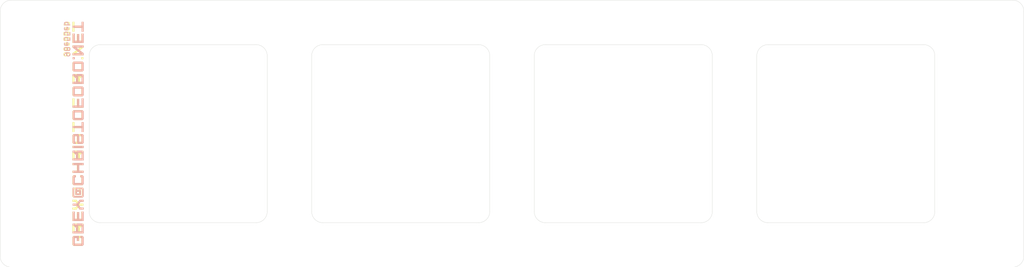
<source format=kicad_pcb>
(kicad_pcb (version 20210228) (generator pcbnew)
  (layers (0 "F.Cu" signal) (31 "B.Cu" signal) (34 "B.Paste" user) (35 "F.Paste" user) (36 "B.SilkS" user "B.Silkscreen") (37 "F.SilkS" user "F.Silkscreen") (38 "B.Mask" user) (39 "F.Mask" user) (44 "Edge.Cuts" user))
  (net 0 "")
  (footprint "custom_footprints:MountingHole_3.45mm" (layer "F.Cu") (at -86 -6)
    (fp_text reference "H25" hide)
    (fp_text value "MountingHole" hide)
    (pad "" np_thru_hole circle (at 0 0) (size 3.45 3.45) (drill 3.45) (layers F&B.Cu *.Mask))
  )
  (footprint "custom_footprints:MountingHole_1.0mm" (layer "F.Cu") (at -85 13.2)
    (fp_text reference "H22" hide)
    (fp_text value "MountingHole" hide)
    (pad "" np_thru_hole circle (at 0 0) (size 1 1) (drill 1) (layers F&B.Cu *.Mask))
  )
  (footprint "custom_footprints:MountingHole_1.0mm" (layer "F.Cu") (at -91 13.2)
    (fp_text reference "H21" hide)
    (fp_text value "MountingHole" hide)
    (pad "" np_thru_hole circle (at 0 0) (size 1 1) (drill 1) (layers F&B.Cu *.Mask))
  )
  (footprint "custom_footprints:MountingHole_3.45mm" (layer "F.Cu") (at 86 6)
    (fp_text reference "H29" hide)
    (fp_text value "MountingHole" hide)
    (pad "" np_thru_hole circle (at 0 0) (size 3.45 3.45) (drill 3.45) (layers F&B.Cu *.Mask))
  )
  (footprint "custom_footprints:MountingHole_1.0mm" (layer "F.Cu") (at -85 -13.2)
    (fp_text reference "H2" hide)
    (fp_text value "MountingHole" hide)
    (pad "" np_thru_hole circle (at 0 0) (size 1 1) (drill 1) (layers F&B.Cu *.Mask))
  )
  (footprint "MountingHole:MountingHole_5.5mm" (layer "F.Cu") (at -86 0)
    (fp_text reference "H27" hide)
    (fp_text value "MountingHole")
    (pad "1" np_thru_hole circle (at 0 0) (size 5.5 5.5) (drill 5.5) (layers *.Cu *.Mask))
  )
  (footprint "custom_footprints:MountingHole_1.0mm" (layer "F.Cu") (at -87 13.2)
    (fp_text reference "H6" hide)
    (fp_text value "MountingHole" hide)
    (pad "" np_thru_hole circle (at 0 0) (size 1 1) (drill 1) (layers F&B.Cu *.Mask))
  )
  (footprint "custom_footprints:MountingHole_3.45mm" (layer "F.Cu") (at 86 -6)
    (fp_text reference "H26" hide)
    (fp_text value "MountingHole" hide)
    (pad "" np_thru_hole circle (at 0 0) (size 3.45 3.45) (drill 3.45) (layers F&B.Cu *.Mask))
  )
  (footprint "custom_footprints:MountingHole_1.0mm" (layer "F.Cu") (at 89 13.2)
    (fp_text reference "H23" hide)
    (fp_text value "MountingHole" hide)
    (pad "" np_thru_hole circle (at 0 0) (size 1 1) (drill 1) (layers F&B.Cu *.Mask))
  )
  (footprint "custom_footprints:MountingHole_1.0mm" (layer "F.Cu") (at -81 -13.2)
    (fp_text reference "H8" hide)
    (fp_text value "MountingHole" hide)
    (pad "" np_thru_hole circle (at 0 0) (size 1 1) (drill 1) (layers F&B.Cu *.Mask))
  )
  (footprint "custom_footprints:MountingHole_1.0mm" (layer "F.Cu") (at 81 13.2)
    (fp_text reference "H19" hide)
    (fp_text value "MountingHole" hide)
    (pad "" np_thru_hole circle (at 0 0) (size 1 1) (drill 1) (layers F&B.Cu *.Mask))
  )
  (footprint "custom_footprints:MountingHole_1.0mm" (layer "F.Cu") (at 83 13.2)
    (fp_text reference "H13" hide)
    (fp_text value "MountingHole" hide)
    (pad "" np_thru_hole circle (at 0 0) (size 1 1) (drill 1) (layers F&B.Cu *.Mask))
  )
  (footprint "custom_footprints:MountingHole_1.0mm" (layer "F.Cu") (at -91 -13.2)
    (fp_text reference "H7" hide)
    (fp_text value "MountingHole" hide)
    (pad "" np_thru_hole circle (at 0 0) (size 1 1) (drill 1) (layers F&B.Cu *.Mask))
  )
  (footprint "custom_footprints:MountingHole_1.0mm" (layer "F.Cu") (at 81 -13.2)
    (fp_text reference "H12" hide)
    (fp_text value "MountingHole" hide)
    (pad "" np_thru_hole circle (at 0 0) (size 1 1) (drill 1) (layers F&B.Cu *.Mask))
  )
  (footprint "custom_footprints:MountingHole_1.0mm" (layer "F.Cu") (at 89 -13.2)
    (fp_text reference "H11" hide)
    (fp_text value "MountingHole" hide)
    (pad "" np_thru_hole circle (at 0 0) (size 1 1) (drill 1) (layers F&B.Cu *.Mask))
  )
  (footprint "custom_footprints:MountingHole_1.0mm" (layer "F.Cu") (at 83 -13.2)
    (fp_text reference "H4" hide)
    (fp_text value "MountingHole" hide)
    (pad "" np_thru_hole circle (at 0 0) (size 1 1) (drill 1) (layers F&B.Cu *.Mask))
  )
  (footprint "custom_footprints:MountingHole_1.0mm" (layer "F.Cu") (at 91 -13.2)
    (fp_text reference "H16" hide)
    (fp_text value "MountingHole" hide)
    (pad "" np_thru_hole circle (at 0 0) (size 1 1) (drill 1) (layers F&B.Cu *.Mask))
  )
  (footprint "custom_footprints:MountingHole_3.45mm" (layer "F.Cu") (at -86 6)
    (fp_text reference "H30" hide)
    (fp_text value "MountingHole" hide)
    (pad "" np_thru_hole circle (at 0 0) (size 3.45 3.45) (drill 3.45) (layers F&B.Cu *.Mask))
  )
  (footprint "custom_footprints:MountingHole_1.0mm" (layer "F.Cu") (at 91 13.2)
    (fp_text reference "H10" hide)
    (fp_text value "MountingHole" hide)
    (pad "" np_thru_hole circle (at 0 0) (size 1 1) (drill 1) (layers F&B.Cu *.Mask))
  )
  (footprint "custom_footprints:logo" (layer "F.Cu") (at -78 0 90)
    (fp_text reference "LOGO2" hide)
    (fp_text value "Logo_Open_Hardware_Small" hide)
    (fp_poly (pts (xy 4.221186 -0.820672) (xy 4.024178 -1.023438) (xy 2.625021 -1.023438) (xy 2.827734 0.57684) (xy 2.827734 -0.623664) (xy 3.824291 -0.623664) (xy 3.824291 0.57684) (xy 2.827734 0.57684) (xy 2.625021 -1.023438) (xy 2.427961 -0.820672) (xy 2.427961 0.779554) (xy 2.625021 0.976563) (xy 4.024178 0.976563) (xy 4.221186 0.779554)) (layer "F.SilkS") (width 0.001) (fill solid))
    (fp_poly (pts (xy 2.086554 -0.623664) (xy 2.086554 -1.023438) (xy 0.29333 -1.023438) (xy 0.29333 -0.623664) (xy 0.992907 -0.623664) (xy 0.992907 0.976563) (xy 1.392681 0.976563) (xy 1.392681 -0.623664)) (layer "F.SilkS") (width 0.001) (fill solid))
    (fp_poly (pts (xy -12.765625 -0.109117) (xy -13.259611 -0.446289) (xy -13.259611 -1.023438) (xy -13.659385 -1.023438) (xy -13.659385 -0.277704) (xy -12.959807 0.222296) (xy -12.959807 0.976563) (xy -12.56286 0.976563) (xy -12.56286 0.222296) (xy -11.86616 -0.277704) (xy -11.86616 -1.023438) (xy -12.263055 -1.023438) (xy -12.263055 -0.446289)) (layer "F.SilkS") (width 0.001) (fill solid))
    (fp_poly (pts (xy 18.317383 -1.023438) (xy 18.317383 -0.623664) (xy 19.016961 -0.623664) (xy 19.016961 0.976563) (xy 19.416735 0.976563) (xy 19.416735 -0.623664) (xy 20.110609 -0.623664) (xy 20.110609 -1.023438)) (layer "F.SilkS") (width 0.001) (fill solid))
    (fp_poly (pts (xy -17.533666 0.379625) (xy -16.936883 0.379625) (xy -16.736996 0.576737) (xy -16.537109 0.779502) (xy -16.537109 0.976563) (xy -16.140214 0.976563) (xy -16.140214 0.576737) (xy -16.337222 0.379625) (xy -16.140214 0.179738) (xy -16.140214 -0.820672) (xy -16.337222 -1.023438) (xy -17.93344 -1.023438) (xy -17.93344 0.976563) (xy -17.533666 0.976563) (xy -17.533666 -0.623664) (xy -16.537109 -0.623664) (xy -16.537109 -0.020148) (xy -17.533666 -0.020148)) (layer "F.SilkS") (width 0.001) (fill solid))
    (fp_poly (pts (xy 14.071803 0.976563) (xy 14.471577 0.976563) (xy 14.471577 -0.35773) (xy 15.468133 0.976563) (xy 15.865029 0.976563) (xy 15.865029 -1.023438) (xy 15.468133 -1.023438) (xy 15.468133 0.308028) (xy 14.471577 -1.023438) (xy 14.071803 -1.023438)) (layer "F.SilkS") (width 0.001) (fill solid))
    (fp_poly (pts (xy 12.957185 -0.820672) (xy 12.760177 -1.023438) (xy 11.36102 -1.023438) (xy 11.16396 -0.820672) (xy 11.563734 -0.623664) (xy 12.56029 -0.623664) (xy 12.56029 0.57684) (xy 11.563734 0.57684) (xy 11.563734 -0.623664) (xy 11.16396 -0.820672) (xy 11.16396 0.779554) (xy 11.36102 0.976563) (xy 12.760177 0.976563) (xy 12.957185 0.779554)) (layer "F.SilkS") (width 0.001) (fill solid))
    (fp_poly (pts (xy 18.001028 0.976563) (xy 18.001028 0.57684) (xy 16.704667 0.57684) (xy 16.704667 0.178967) (xy 17.90111 0.178967) (xy 17.90111 -0.220805) (xy 16.704667 -0.220805) (xy 16.704667 -0.623664) (xy 18.001028 -0.623664) (xy 18.001028 -1.023438) (xy 16.304893 -1.023438) (xy 16.304893 0.976563)) (layer "F.SilkS") (width 0.001) (fill solid))
    (fp_poly (pts (xy 6.257247 0.178967) (xy 6.257247 -0.220805) (xy 5.060814 -0.220805) (xy 5.060814 -0.623664) (xy 6.357165 -0.623664) (xy 6.357165 -1.023438) (xy 4.66104 -1.023438) (xy 4.66104 0.976563) (xy 5.060814 0.976563) (xy 5.060814 0.178967)) (layer "F.SilkS") (width 0.001) (fill solid))
    (fp_poly (pts (xy -0.060892 -0.024208) (xy -0.257901 -0.224095) (xy -1.454343 -0.224095) (xy -1.454343 -0.623664) (xy -0.457788 -0.623664) (xy -0.457788 -0.423777) (xy -0.060892 -0.423777) (xy -0.060892 -0.820672) (xy -0.257901 -1.023438) (xy -1.657057 -1.023438) (xy -1.854117 -0.820672) (xy -1.854117 0.035773) (xy -1.657057 0.178557) (xy -0.457788 0.178557) (xy -0.457788 0.57684) (xy -1.454343 0.57684) (xy -1.454343 0.379111) (xy -1.854117 0.379111) (xy -1.854117 0.779554) (xy -1.657057 0.976563) (xy -0.257901 0.976563) (xy -0.060892 0.779554)) (layer "F.SilkS") (width 0.001) (fill solid))
    (fp_poly (pts (xy -2.59027 -1.023438) (xy -2.59027 0.976563) (xy -2.190497 0.976563) (xy -2.190497 -1.023438)) (layer "F.SilkS") (width 0.001) (fill solid))
    (fp_poly (pts (xy -8.859015 -0.623664) (xy -7.862459 -0.623664) (xy -7.862459 -0.423777) (xy -7.465563 -0.423777) (xy -7.465563 -0.820672) (xy -7.662572 -1.023438) (xy -9.061729 -1.023438) (xy -9.258789 -0.820672) (xy -9.258789 0.779554) (xy -9.061729 0.976563) (xy -7.662572 0.976563) (xy -7.465563 0.779554) (xy -7.465563 0.37978) (xy -7.862459 0.37978) (xy -7.862459 0.57684) (xy -8.859015 0.57684)) (layer "F.SilkS") (width 0.001) (fill solid))
    (fp_poly (pts (xy 10.527087 -1.023438) (xy 8.93087 -1.023438) (xy 8.93087 0.976563) (xy 9.330644 0.976563) (xy 9.330644 -0.623664) (xy 10.3272 -0.623664) (xy 10.3272 -0.020148) (xy 9.330644 -0.020148) (xy 9.330644 -0.623664) (xy 9.330644 0.976563) (xy 9.330644 0.379625) (xy 9.927426 0.379625) (xy 10.127313 0.576737) (xy 10.3272 0.779502) (xy 10.3272 0.976563) (xy 10.724095 0.976563) (xy 10.724095 0.576737) (xy 10.527087 0.379625) (xy 10.724095 0.179738) (xy 10.724095 -0.820672)) (layer "F.SilkS") (width 0.001) (fill solid))
    (fp_poly (pts (xy -9.698653 0.673931) (xy -11.189196 0.673931) (xy -11.189196 -0.72646) (xy -9.992753 -0.72646) (xy -9.992753 0.179173) (xy -10.144069 0.179173) (xy -10.144069 -0.530016) (xy -11.037829 -0.530016) (xy -11.037829 0.473273) (xy -10.743729 0.167763) (xy -10.743729 -0.227333) (xy -10.43822 -0.227333) (xy -10.43822 0.167763) (xy -10.743729 0.167763) (xy -11.037829 0.473273) (xy -9.698653 0.473273) (xy -9.698653 -0.820672) (xy -9.895662 -1.023438) (xy -11.294819 -1.023438) (xy -11.491879 -0.820672) (xy -11.491879 0.779554) (xy -11.294819 0.976563) (xy -9.698653 0.976563)) (layer "F.SilkS") (width 0.001) (fill solid))
    (fp_poly (pts (xy -18.373304 -0.16987) (xy -19.272769 -0.16987) (xy -19.272769 0.229851) (xy -18.770199 0.229851) (xy -18.770199 0.57684) (xy -19.766756 0.57684) (xy -19.766756 -0.623664) (xy -18.770199 -0.623664) (xy -18.770199 -0.423777) (xy -18.373304 -0.423777) (xy -18.373304 -0.820672) (xy -18.570313 -1.023438) (xy -19.96947 -1.023438) (xy -20.16653 -0.820672) (xy -20.16653 0.779554) (xy -19.96947 0.976563) (xy -18.570313 0.976563) (xy -18.373304 0.779554)) (layer "F.SilkS") (width 0.001) (fill solid))
    (fp_poly (pts (xy 8.491005 -0.820672) (xy 8.293997 -1.023438) (xy 6.89484 -1.023438) (xy 6.69778 -0.820672) (xy 7.097553 -0.623664) (xy 8.09411 -0.623664) (xy 8.09411 0.57684) (xy 7.097553 0.57684) (xy 7.097553 -0.623664) (xy 6.69778 -0.820672) (xy 6.69778 0.779554) (xy 6.89484 0.976563) (xy 8.293997 0.976563) (xy 8.491005 0.779554)) (layer "F.SilkS") (width 0.001) (fill solid))
    (fp_poly (pts (xy -6.656661 -1.023438) (xy -7.056435 -1.023438) (xy -7.056435 0.976563) (xy -6.656661 0.976563) (xy -6.656661 0.178967) (xy -5.660105 0.178967) (xy -5.660105 0.976563) (xy -5.263209 0.976563) (xy -5.263209 -1.023438) (xy -5.660105 -1.023438) (xy -5.660105 -0.220805) (xy -6.656661 -0.220805)) (layer "F.SilkS") (width 0.001) (fill solid))
    (fp_poly (pts (xy 13.368472 0.57684) (xy 13.368472 0.976563) (xy 13.768246 0.976563) (xy 13.768246 0.57684)) (layer "F.SilkS") (width 0.001) (fill solid))
    (fp_poly (pts (xy -3.826794 0.379625) (xy -3.626907 0.576737) (xy -3.42702 0.779502) (xy -3.42702 0.976563) (xy -3.030124 0.976563) (xy -3.030124 0.576737) (xy -3.227133 0.379625) (xy -3.030124 0.179738) (xy -3.030124 -0.820672) (xy -3.227133 -1.023438) (xy -4.82335 -1.023438) (xy -4.82335 0.976563) (xy -4.423576 0.976563) (xy -4.423576 -0.623664) (xy -3.42702 -0.623664) (xy -3.42702 -0.020148) (xy -4.423576 -0.020148) (xy -4.423576 -0.623664) (xy -4.423576 0.379625) (xy -3.826794 0.379625)) (layer "F.SilkS") (width 0.001) (fill solid))
    (fp_poly (pts (xy -15.300576 0.178967) (xy -14.104132 0.178967) (xy -14.104132 -0.220805) (xy -15.300576 -0.220805) (xy -15.300576 -0.623664) (xy -14.004215 -0.623664) (xy -14.004215 -1.023438) (xy -15.70035 -1.023438) (xy -15.70035 0.976563) (xy -14.004215 0.976563) (xy -14.004215 0.57684) (xy -15.300576 0.57684)) (layer "F.SilkS") (width 0.001) (fill solid))
  )
  (footprint "custom_footprints:MountingHole_1.0mm" (layer "F.Cu") (at -89 -13.2)
    (fp_text reference "H18" hide)
    (fp_text value "MountingHole" hide)
    (pad "" np_thru_hole circle (at 0 0) (size 1 1) (drill 1) (layers F&B.Cu *.Mask))
  )
  (footprint "custom_footprints:MountingHole_1.0mm" (layer "F.Cu") (at 85 -13.2)
    (fp_text reference "H1" hide)
    (fp_text value "MountingHole" hide)
    (pad "" np_thru_hole circle (at 0 0) (size 1 1) (drill 1) (layers F&B.Cu *.Mask))
  )
  (footprint "custom_footprints:MountingHole_1.0mm" (layer "F.Cu") (at 87 13.2)
    (fp_text reference "H24" hide)
    (fp_text value "MountingHole" hide)
    (pad "" np_thru_hole circle (at 0 0) (size 1 1) (drill 1) (layers F&B.Cu *.Mask))
  )
  (footprint "MountingHole:MountingHole_5.5mm" (layer "F.Cu") (at 86 0)
    (fp_text reference "H28" hide)
    (fp_text value "MountingHole")
    (pad "1" np_thru_hole circle (at 0 0) (size 5.5 5.5) (drill 5.5) (layers *.Cu *.Mask))
  )
  (footprint "custom_footprints:MountingHole_1.0mm" (layer "F.Cu") (at 87 -13.2)
    (fp_text reference "H3" hide)
    (fp_text value "MountingHole" hide)
    (pad "" np_thru_hole circle (at 0 0) (size 1 1) (drill 1) (layers F&B.Cu *.Mask))
  )
  (footprint "custom_footprints:MountingHole_1.0mm" (layer "F.Cu") (at -87 -13.2)
    (fp_text reference "H15" hide)
    (fp_text value "MountingHole" hide)
    (pad "" np_thru_hole circle (at 0 0) (size 1 1) (drill 1) (layers F&B.Cu *.Mask))
  )
  (footprint "custom_footprints:MountingHole_1.0mm" (layer "F.Cu") (at -81 13.2)
    (fp_text reference "H20" hide)
    (fp_text value "MountingHole" hide)
    (pad "" np_thru_hole circle (at 0 0) (size 1 1) (drill 1) (layers F&B.Cu *.Mask))
  )
  (footprint "custom_footprints:MountingHole_1.0mm" (layer "F.Cu") (at -83 13.2)
    (fp_text reference "H5" hide)
    (fp_text value "MountingHole" hide)
    (pad "" np_thru_hole circle (at 0 0) (size 1 1) (drill 1) (layers F&B.Cu *.Mask))
  )
  (footprint "custom_footprints:MountingHole_1.0mm" (layer "F.Cu") (at 85 13.2)
    (fp_text reference "H14" hide)
    (fp_text value "MountingHole" hide)
    (pad "" np_thru_hole circle (at 0 0) (size 1 1) (drill 1) (layers F&B.Cu *.Mask))
  )
  (footprint "custom_footprints:MountingHole_1.0mm" (layer "F.Cu") (at -89 13.2)
    (fp_text reference "H9" hide)
    (fp_text value "MountingHole" hide)
    (pad "" np_thru_hole circle (at 0 0) (size 1 1) (drill 1) (layers F&B.Cu *.Mask))
  )
  (footprint "custom_footprints:MountingHole_1.0mm" (layer "F.Cu") (at -83 -13.2)
    (fp_text reference "H17" hide)
    (fp_text value "MountingHole" hide)
    (pad "" np_thru_hole circle (at 0 0) (size 1 1) (drill 1) (layers F&B.Cu *.Mask))
  )
  (footprint "custom_footprints:logo" (layer "B.Cu") (at -78 0 90)
    (fp_text reference "LOGO1" hide)
    (fp_text value "Logo_Open_Hardware_Small" hide)
    (fp_poly (pts (xy 18.317383 1.023438) (xy 18.317383 0.623664) (xy 19.016961 0.623664) (xy 19.016961 -0.976563) (xy 19.416735 -0.976563) (xy 19.416735 0.623664) (xy 20.110609 0.623664) (xy 20.110609 1.023438)) (layer "B.SilkS") (width 0.001) (fill solid))
    (fp_poly (pts (xy 6.257247 -0.178967) (xy 6.257247 0.220805) (xy 5.060814 0.220805) (xy 5.060814 0.623664) (xy 6.357165 0.623664) (xy 6.357165 1.023438) (xy 4.66104 1.023438) (xy 4.66104 -0.976563) (xy 5.060814 -0.976563) (xy 5.060814 -0.178967)) (layer "B.SilkS") (width 0.001) (fill solid))
    (fp_poly (pts (xy -18.373304 0.16987) (xy -19.272769 0.16987) (xy -19.272769 -0.229851) (xy -18.770199 -0.229851) (xy -18.770199 -0.57684) (xy -19.766756 -0.57684) (xy -19.766756 0.623664) (xy -18.770199 0.623664) (xy -18.770199 0.423777) (xy -18.373304 0.423777) (xy -18.373304 0.820672) (xy -18.570313 1.023438) (xy -19.96947 1.023438) (xy -20.16653 0.820672) (xy -20.16653 -0.779554) (xy -19.96947 -0.976563) (xy -18.570313 -0.976563) (xy -18.373304 -0.779554)) (layer "B.SilkS") (width 0.001) (fill solid))
    (fp_poly (pts (xy 10.527087 1.023438) (xy 8.93087 1.023438) (xy 8.93087 -0.976563) (xy 9.330644 -0.976563) (xy 9.330644 0.623664) (xy 10.3272 0.623664) (xy 10.3272 0.020148) (xy 9.330644 0.020148) (xy 9.330644 0.623664) (xy 9.330644 -0.976563) (xy 9.330644 -0.379625) (xy 9.927426 -0.379625) (xy 10.127313 -0.576737) (xy 10.3272 -0.779502) (xy 10.3272 -0.976563) (xy 10.724095 -0.976563) (xy 10.724095 -0.576737) (xy 10.527087 -0.379625) (xy 10.724095 -0.179738) (xy 10.724095 0.820672)) (layer "B.SilkS") (width 0.001) (fill solid))
    (fp_poly (pts (xy -8.859015 0.623664) (xy -7.862459 0.623664) (xy -7.862459 0.423777) (xy -7.465563 0.423777) (xy -7.465563 0.820672) (xy -7.662572 1.023438) (xy -9.061729 1.023438) (xy -9.258789 0.820672) (xy -9.258789 -0.779554) (xy -9.061729 -0.976563) (xy -7.662572 -0.976563) (xy -7.465563 -0.779554) (xy -7.465563 -0.37978) (xy -7.862459 -0.37978) (xy -7.862459 -0.57684) (xy -8.859015 -0.57684)) (layer "B.SilkS") (width 0.001) (fill solid))
    (fp_poly (pts (xy 13.368472 -0.57684) (xy 13.368472 -0.976563) (xy 13.768246 -0.976563) (xy 13.768246 -0.57684)) (layer "B.SilkS") (width 0.001) (fill solid))
    (fp_poly (pts (xy -12.765625 0.109117) (xy -13.259611 0.446289) (xy -13.259611 1.023438) (xy -13.659385 1.023438) (xy -13.659385 0.277704) (xy -12.959807 -0.222296) (xy -12.959807 -0.976563) (xy -12.56286 -0.976563) (xy -12.56286 -0.222296) (xy -11.86616 0.277704) (xy -11.86616 1.023438) (xy -12.263055 1.023438) (xy -12.263055 0.446289)) (layer "B.SilkS") (width 0.001) (fill solid))
    (fp_poly (pts (xy -2.59027 1.023438) (xy -2.59027 -0.976563) (xy -2.190497 -0.976563) (xy -2.190497 1.023438)) (layer "B.SilkS") (width 0.001) (fill solid))
    (fp_poly (pts (xy 18.001028 -0.976563) (xy 18.001028 -0.57684) (xy 16.704667 -0.57684) (xy 16.704667 -0.178967) (xy 17.90111 -0.178967) (xy 17.90111 0.220805) (xy 16.704667 0.220805) (xy 16.704667 0.623664) (xy 18.001028 0.623664) (xy 18.001028 1.023438) (xy 16.304893 1.023438) (xy 16.304893 -0.976563)) (layer "B.SilkS") (width 0.001) (fill solid))
    (fp_poly (pts (xy 8.491005 0.820672) (xy 8.293997 1.023438) (xy 6.89484 1.023438) (xy 6.69778 0.820672) (xy 7.097553 0.623664) (xy 8.09411 0.623664) (xy 8.09411 -0.57684) (xy 7.097553 -0.57684) (xy 7.097553 0.623664) (xy 6.69778 0.820672) (xy 6.69778 -0.779554) (xy 6.89484 -0.976563) (xy 8.293997 -0.976563) (xy 8.491005 -0.779554)) (layer "B.SilkS") (width 0.001) (fill solid))
    (fp_poly (pts (xy 14.071803 -0.976563) (xy 14.471577 -0.976563) (xy 14.471577 0.35773) (xy 15.468133 -0.976563) (xy 15.865029 -0.976563) (xy 15.865029 1.023438) (xy 15.468133 1.023438) (xy 15.468133 -0.308028) (xy 14.471577 1.023438) (xy 14.071803 1.023438)) (layer "B.SilkS") (width 0.001) (fill solid))
    (fp_poly (pts (xy -15.300576 -0.178967) (xy -14.104132 -0.178967) (xy -14.104132 0.220805) (xy -15.300576 0.220805) (xy -15.300576 0.623664) (xy -14.004215 0.623664) (xy -14.004215 1.023438) (xy -15.70035 1.023438) (xy -15.70035 -0.976563) (xy -14.004215 -0.976563) (xy -14.004215 -0.57684) (xy -15.300576 -0.57684)) (layer "B.SilkS") (width 0.001) (fill solid))
    (fp_poly (pts (xy -9.698653 -0.673931) (xy -11.189196 -0.673931) (xy -11.189196 0.72646) (xy -9.992753 0.72646) (xy -9.992753 -0.179173) (xy -10.144069 -0.179173) (xy -10.144069 0.530016) (xy -11.037829 0.530016) (xy -11.037829 -0.473273) (xy -10.743729 -0.167763) (xy -10.743729 0.227333) (xy -10.43822 0.227333) (xy -10.43822 -0.167763) (xy -10.743729 -0.167763) (xy -11.037829 -0.473273) (xy -9.698653 -0.473273) (xy -9.698653 0.820672) (xy -9.895662 1.023438) (xy -11.294819 1.023438) (xy -11.491879 0.820672) (xy -11.491879 -0.779554) (xy -11.294819 -0.976563) (xy -9.698653 -0.976563)) (layer "B.SilkS") (width 0.001) (fill solid))
    (fp_poly (pts (xy -0.060892 0.024208) (xy -0.257901 0.224095) (xy -1.454343 0.224095) (xy -1.454343 0.623664) (xy -0.457788 0.623664) (xy -0.457788 0.423777) (xy -0.060892 0.423777) (xy -0.060892 0.820672) (xy -0.257901 1.023438) (xy -1.657057 1.023438) (xy -1.854117 0.820672) (xy -1.854117 -0.035773) (xy -1.657057 -0.178557) (xy -0.457788 -0.178557) (xy -0.457788 -0.57684) (xy -1.454343 -0.57684) (xy -1.454343 -0.379111) (xy -1.854117 -0.379111) (xy -1.854117 -0.779554) (xy -1.657057 -0.976563) (xy -0.257901 -0.976563) (xy -0.060892 -0.779554)) (layer "B.SilkS") (width 0.001) (fill solid))
    (fp_poly (pts (xy -6.656661 1.023438) (xy -7.056435 1.023438) (xy -7.056435 -0.976563) (xy -6.656661 -0.976563) (xy -6.656661 -0.178967) (xy -5.660105 -0.178967) (xy -5.660105 -0.976563) (xy -5.263209 -0.976563) (xy -5.263209 1.023438) (xy -5.660105 1.023438) (xy -5.660105 0.220805) (xy -6.656661 0.220805)) (layer "B.SilkS") (width 0.001) (fill solid))
    (fp_poly (pts (xy 4.221186 0.820672) (xy 4.024178 1.023438) (xy 2.625021 1.023438) (xy 2.827734 -0.57684) (xy 2.827734 0.623664) (xy 3.824291 0.623664) (xy 3.824291 -0.57684) (xy 2.827734 -0.57684) (xy 2.625021 1.023438) (xy 2.427961 0.820672) (xy 2.427961 -0.779554) (xy 2.625021 -0.976563) (xy 4.024178 -0.976563) (xy 4.221186 -0.779554)) (layer "B.SilkS") (width 0.001) (fill solid))
    (fp_poly (pts (xy -17.533666 -0.379625) (xy -16.936883 -0.379625) (xy -16.736996 -0.576737) (xy -16.537109 -0.779502) (xy -16.537109 -0.976563) (xy -16.140214 -0.976563) (xy -16.140214 -0.576737) (xy -16.337222 -0.379625) (xy -16.140214 -0.179738) (xy -16.140214 0.820672) (xy -16.337222 1.023438) (xy -17.93344 1.023438) (xy -17.93344 -0.976563) (xy -17.533666 -0.976563) (xy -17.533666 0.623664) (xy -16.537109 0.623664) (xy -16.537109 0.020148) (xy -17.533666 0.020148)) (layer "B.SilkS") (width 0.001) (fill solid))
    (fp_poly (pts (xy 12.957185 0.820672) (xy 12.760177 1.023438) (xy 11.36102 1.023438) (xy 11.16396 0.820672) (xy 11.563734 0.623664) (xy 12.56029 0.623664) (xy 12.56029 -0.57684) (xy 11.563734 -0.57684) (xy 11.563734 0.623664) (xy 11.16396 0.820672) (xy 11.16396 -0.779554) (xy 11.36102 -0.976563) (xy 12.760177 -0.976563) (xy 12.957185 -0.779554)) (layer "B.SilkS") (width 0.001) (fill solid))
    (fp_poly (pts (xy -3.826794 -0.379625) (xy -3.626907 -0.576737) (xy -3.42702 -0.779502) (xy -3.42702 -0.976563) (xy -3.030124 -0.976563) (xy -3.030124 -0.576737) (xy -3.227133 -0.379625) (xy -3.030124 -0.179738) (xy -3.030124 0.820672) (xy -3.227133 1.023438) (xy -4.82335 1.023438) (xy -4.82335 -0.976563) (xy -4.423576 -0.976563) (xy -4.423576 0.623664) (xy -3.42702 0.623664) (xy -3.42702 0.020148) (xy -4.423576 0.020148) (xy -4.423576 0.623664) (xy -4.423576 -0.379625) (xy -3.826794 -0.379625)) (layer "B.SilkS") (width 0.001) (fill solid))
    (fp_poly (pts (xy 2.086554 0.623664) (xy 2.086554 1.023438) (xy 0.29333 1.023438) (xy 0.29333 0.623664) (xy 0.992907 0.623664) (xy 0.992907 -0.976563) (xy 1.392681 -0.976563) (xy 1.392681 0.623664)) (layer "B.SilkS") (width 0.001) (fill solid))
  )
  (gr_arc (start 6 -14) (end 6 -16) (angle -90) (layer "Edge.Cuts") (width 0.05))
  (gr_arc (start -34 -14) (end -34 -16) (angle -90) (layer "Edge.Cuts") (width 0.05))
  (gr_arc (start -6 14) (end -6 16) (angle -90) (layer "Edge.Cuts") (width 0.05))
  (gr_line (start -46 -16) (end -74 -16) (layer "Edge.Cuts") (width 0.05))
  (gr_line (start 34 -16) (end 6 -16) (layer "Edge.Cuts") (width 0.05))
  (gr_arc (start -74 14) (end -76 14) (angle -90) (layer "Edge.Cuts") (width 0.05))
  (gr_line (start -6 -16) (end -34 -16) (layer "Edge.Cuts") (width 0.05))
  (gr_arc (start 74 14) (end 74 16) (angle -90) (layer "Edge.Cuts") (width 0.05))
  (gr_arc (start -46 -14) (end -44 -14) (angle -90) (layer "Edge.Cuts") (width 0.05))
  (gr_line (start 6 16) (end 34 16) (layer "Edge.Cuts") (width 0.05))
  (gr_arc (start 34 -14) (end 36 -14) (angle -90) (layer "Edge.Cuts") (width 0.05))
  (gr_arc (start 90 22) (end 90 24) (angle -90) (layer "Edge.Cuts") (width 0.05))
  (gr_arc (start -74 -14) (end -74 -16) (angle -90) (layer "Edge.Cuts") (width 0.05))
  (gr_arc (start 34 14) (end 34 16) (angle -90) (layer "Edge.Cuts") (width 0.05))
  (gr_arc (start 90 -22) (end 92 -22) (angle -90) (layer "Edge.Cuts") (width 0.05))
  (gr_line (start 44 -14) (end 44 14) (layer "Edge.Cuts") (width 0.05))
  (gr_line (start 76 14) (end 76 -14) (layer "Edge.Cuts") (width 0.05))
  (gr_line (start -76 -14) (end -76 14) (layer "Edge.Cuts") (width 0.05))
  (gr_line (start -44 14) (end -44 -14) (layer "Edge.Cuts") (width 0.05))
  (gr_arc (start -90 -22) (end -90 -24) (angle -90) (layer "Edge.Cuts") (width 0.05))
  (gr_arc (start 74 -14) (end 76 -14) (angle -90) (layer "Edge.Cuts") (width 0.05))
  (gr_arc (start 6 14) (end 4 14) (angle -90) (layer "Edge.Cuts") (width 0.05))
  (gr_line (start 46 16) (end 74 16) (layer "Edge.Cuts") (width 0.05))
  (gr_line (start -4 14) (end -4 -14) (layer "Edge.Cuts") (width 0.05))
  (gr_arc (start -90 22) (end -92 22) (angle -90) (layer "Edge.Cuts") (width 0.05))
  (gr_line (start 74 -16) (end 46 -16) (layer "Edge.Cuts") (width 0.05))
  (gr_line (start 90 24) (end -90 24) (layer "Edge.Cuts") (width 0.05))
  (gr_line (start 92 -22) (end 92 22) (layer "Edge.Cuts") (width 0.05))
  (gr_line (start 36 14) (end 36 -14) (layer "Edge.Cuts") (width 0.05))
  (gr_line (start -36 -14) (end -36 14) (layer "Edge.Cuts") (width 0.05))
  (gr_line (start 90 -24) (end -90 -24) (layer "Edge.Cuts") (width 0.05))
  (gr_arc (start 46 14) (end 44 14) (angle -90) (layer "Edge.Cuts") (width 0.05))
  (gr_arc (start -46 14) (end -46 16) (angle -90) (layer "Edge.Cuts") (width 0.05))
  (gr_line (start -34 16) (end -6 16) (layer "Edge.Cuts") (width 0.05))
  (gr_arc (start -6 -14) (end -4 -14) (angle -90) (layer "Edge.Cuts") (width 0.05))
  (gr_line (start 4 -14) (end 4 14) (layer "Edge.Cuts") (width 0.05))
  (gr_line (start -74 16) (end -46 16) (layer "Edge.Cuts") (width 0.05))
  (gr_line (start -92 22) (end -92 -22) (layer "Edge.Cuts") (width 0.05))
  (gr_arc (start 46 -14) (end 46 -16) (angle -90) (layer "Edge.Cuts") (width 0.05))
  (gr_arc (start -34 14) (end -36 14) (angle -90) (layer "Edge.Cuts") (width 0.05))
  (gr_text "98e55eb" (at -80 -17 270) (layer "B.SilkS") (effects (font (size 1 1)) (justify mirror)))
  (gr_text "98e55eb" (at -80 -17 90) (layer "F.SilkS") (effects (font (size 1 1))))
)
</source>
